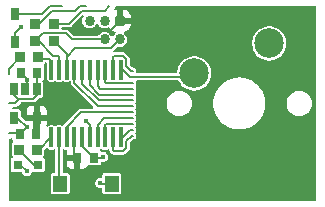
<source format=gtl>
%TF.GenerationSoftware,KiCad,Pcbnew,9.0.0*%
%TF.CreationDate,2025-03-31T12:07:15+01:00*%
%TF.ProjectId,vm_keycap_button_0.2,766d5f6b-6579-4636-9170-5f627574746f,v0.2*%
%TF.SameCoordinates,PX5742de0PY47868c0*%
%TF.FileFunction,Copper,L1,Top*%
%TF.FilePolarity,Positive*%
%FSLAX45Y45*%
G04 Gerber Fmt 4.5, Leading zero omitted, Abs format (unit mm)*
G04 Created by KiCad (PCBNEW 9.0.0) date 2025-03-31 12:07:15*
%MOMM*%
%LPD*%
G01*
G04 APERTURE LIST*
G04 Aperture macros list*
%AMRoundRect*
0 Rectangle with rounded corners*
0 $1 Rounding radius*
0 $2 $3 $4 $5 $6 $7 $8 $9 X,Y pos of 4 corners*
0 Add a 4 corners polygon primitive as box body*
4,1,4,$2,$3,$4,$5,$6,$7,$8,$9,$2,$3,0*
0 Add four circle primitives for the rounded corners*
1,1,$1+$1,$2,$3*
1,1,$1+$1,$4,$5*
1,1,$1+$1,$6,$7*
1,1,$1+$1,$8,$9*
0 Add four rect primitives between the rounded corners*
20,1,$1+$1,$2,$3,$4,$5,0*
20,1,$1+$1,$4,$5,$6,$7,0*
20,1,$1+$1,$6,$7,$8,$9,0*
20,1,$1+$1,$8,$9,$2,$3,0*%
G04 Aperture macros list end*
%TA.AperFunction,SMDPad,CuDef*%
%ADD10C,0.125000*%
%TD*%
%TA.AperFunction,ComponentPad*%
%ADD11RoundRect,0.172720X-0.259080X-0.259080X0.259080X-0.259080X0.259080X0.259080X-0.259080X0.259080X0*%
%TD*%
%TA.AperFunction,ComponentPad*%
%ADD12C,0.863600*%
%TD*%
%TA.AperFunction,SMDPad,CuDef*%
%ADD13R,0.860000X0.810000*%
%TD*%
%TA.AperFunction,ComponentPad*%
%ADD14C,2.500000*%
%TD*%
%TA.AperFunction,SMDPad,CuDef*%
%ADD15R,0.700000X1.000000*%
%TD*%
%TA.AperFunction,SMDPad,CuDef*%
%ADD16R,0.800000X0.800000*%
%TD*%
%TA.AperFunction,SMDPad,CuDef*%
%ADD17R,0.800000X0.900000*%
%TD*%
%TA.AperFunction,SMDPad,CuDef*%
%ADD18O,0.360000X1.740000*%
%TD*%
%TA.AperFunction,SMDPad,CuDef*%
%ADD19R,1.230000X1.360000*%
%TD*%
%TA.AperFunction,SMDPad,CuDef*%
%ADD20R,0.810000X0.860000*%
%TD*%
%TA.AperFunction,SMDPad,CuDef*%
%ADD21R,0.750000X1.000000*%
%TD*%
%TA.AperFunction,ViaPad*%
%ADD22C,0.450000*%
%TD*%
%TA.AperFunction,Conductor*%
%ADD23C,0.200000*%
%TD*%
G04 APERTURE END LIST*
D10*
%TO.P,GS5,1,SWDIO~^*%
%TO.N,Net-(GS5-SWDIO~^)*%
X-450000Y825000D03*
%TD*%
%TO.P,GS3,1,JD_DATA*%
%TO.N,Net-(GS3-JD_DATA)*%
X-1300000Y250000D03*
%TD*%
D11*
%TO.P,J1,1,Vcc*%
%TO.N,+3V3*%
X-362500Y700000D03*
D12*
%TO.P,J1,2,SWDIO*%
%TO.N,/SWDIO*%
X-362500Y542520D03*
%TO.P,J1,3,GND*%
%TO.N,GND*%
X-489500Y700000D03*
%TO.P,J1,4,SWDCLK*%
%TO.N,/SWCLK*%
X-489500Y542520D03*
%TO.P,J1,5,~{RESET}*%
%TO.N,/nRESET*%
X-616500Y700000D03*
%TD*%
D13*
%TO.P,R7,1*%
%TO.N,/SWDIO*%
X-920000Y525000D03*
%TO.P,R7,2*%
%TO.N,Net-(GS5-SWDIO~^)*%
X-920000Y675000D03*
%TD*%
D14*
%TO.P,SW2,1,1*%
%TO.N,/BUTTON_1*%
X269000Y254000D03*
%TO.P,SW2,2,2*%
%TO.N,GND*%
X904000Y508000D03*
%TD*%
D10*
%TO.P,GS4,1,SWCLK*%
%TO.N,Net-(GS4-SWCLK)*%
X-650000Y825000D03*
%TD*%
D15*
%TO.P,U2,1,IN*%
%TO.N,JD_PWR*%
X-1065000Y120000D03*
%TO.P,U2,2,GND*%
%TO.N,GND*%
X-1160000Y120000D03*
%TO.P,U2,3,EN*%
%TO.N,JD_PWR*%
X-1255000Y120000D03*
%TO.P,U2,4,N/C*%
%TO.N,GND*%
X-1255000Y-120000D03*
%TO.P,U2,5,OUT*%
%TO.N,+3V3*%
X-1065000Y-120000D03*
%TD*%
D10*
%TO.P,GS6,1,RESET*%
%TO.N,Net-(D2-K)*%
X-850000Y825000D03*
%TD*%
D16*
%TO.P,D1,1*%
%TO.N,Net-(D1-Pad1)*%
X-1055000Y-520000D03*
%TO.P,D1,2*%
%TO.N,GND*%
X-1225000Y-520000D03*
%TD*%
D13*
%TO.P,R6,1*%
%TO.N,/SWCLK*%
X-1080000Y525000D03*
%TO.P,R6,2*%
%TO.N,Net-(GS4-SWCLK)*%
X-1080000Y675000D03*
%TD*%
D17*
%TO.P,C3,1*%
%TO.N,+3V3*%
X-1070000Y-260000D03*
%TO.P,C3,2*%
%TO.N,GND*%
X-1210000Y-260000D03*
%TD*%
D18*
%TO.P,U1,1,PB7/PB8*%
%TO.N,/JD_STATUS*%
X-941000Y-287000D03*
%TO.P,U1,2,PB9/PC14-OSC32_IN*%
%TO.N,/nFLASH*%
X-876000Y-287000D03*
%TO.P,U1,3,PC15-OSC32_OUT*%
%TO.N,unconnected-(U1-PC15-OSC32_OUT-Pad3)*%
X-811000Y-287000D03*
%TO.P,U1,4,VDD/VDDA*%
%TO.N,+3V3*%
X-746000Y-287000D03*
%TO.P,U1,5,VSS/VSSA*%
%TO.N,GND*%
X-680000Y-287000D03*
%TO.P,U1,6,NRST*%
%TO.N,/nRESET*%
X-615000Y-287000D03*
%TO.P,U1,7,PA0*%
%TO.N,unconnected-(U1-PA0-Pad7)*%
X-550000Y-287000D03*
%TO.P,U1,8,PA1*%
%TO.N,unconnected-(U1-PA1-Pad8)*%
X-485000Y-287000D03*
%TO.P,U1,9,PA2*%
%TO.N,unconnected-(U1-PA2-Pad9)*%
X-420000Y-287000D03*
%TO.P,U1,10,PA3*%
%TO.N,unconnected-(U1-PA3-Pad10)*%
X-355000Y-287000D03*
%TO.P,U1,11,PA4*%
%TO.N,/BUTTON_1*%
X-355000Y287000D03*
%TO.P,U1,12,PA5*%
%TO.N,unconnected-(U1-PA5-Pad12)*%
X-420000Y287000D03*
%TO.P,U1,13,PA6*%
%TO.N,unconnected-(U1-PA6-Pad13)*%
X-485000Y287000D03*
%TO.P,U1,14,PA7*%
%TO.N,unconnected-(U1-PA7-Pad14)*%
X-550000Y287000D03*
%TO.P,U1,15,PB0/PB1/PB2/PA8*%
%TO.N,unconnected-(U1-PB0{slash}PB1{slash}PB2{slash}PA8-Pad15)*%
X-615000Y287000D03*
%TO.P,U1,16,PA11[PA9]*%
%TO.N,unconnected-(U1-PA11[PA9]-Pad16)*%
X-680000Y287000D03*
%TO.P,U1,17,PA12[PA10]*%
%TO.N,unconnected-(U1-PA12[PA10]-Pad17)*%
X-746000Y287000D03*
%TO.P,U1,18,PA13*%
%TO.N,/SWDIO*%
X-811000Y287000D03*
%TO.P,U1,19,PA15/PA14-BOOT0*%
%TO.N,/SWCLK*%
X-876000Y287000D03*
%TO.P,U1,20,PB3/PB4/PB5/PB6*%
%TO.N,/JD_DATA_MCU*%
X-941000Y287000D03*
%TD*%
D19*
%TO.P,SW1,1,1*%
%TO.N,GND*%
X-430000Y-680000D03*
%TO.P,SW1,2,2*%
%TO.N,/nFLASH*%
X-866000Y-680000D03*
%TD*%
D10*
%TO.P,GS2,1,GND*%
%TO.N,GND*%
X-1300000Y-250000D03*
%TD*%
D20*
%TO.P,R5,1*%
%TO.N,/JD_DATA_MCU*%
X-1055000Y390000D03*
%TO.P,R5,2*%
%TO.N,Net-(GS3-JD_DATA)*%
X-1205000Y390000D03*
%TD*%
D17*
%TO.P,C1,1*%
%TO.N,+3V3*%
X-720000Y-460000D03*
%TO.P,C1,2*%
%TO.N,GND*%
X-580000Y-460000D03*
%TD*%
D10*
%TO.P,GS1,1,JD_PWR*%
%TO.N,JD_PWR*%
X-1300000Y0D03*
%TD*%
D17*
%TO.P,C2,1*%
%TO.N,JD_PWR*%
X-1060000Y260000D03*
%TO.P,C2,2*%
%TO.N,GND*%
X-1200000Y260000D03*
%TD*%
D20*
%TO.P,R1,1*%
%TO.N,/JD_STATUS*%
X-1065000Y-390000D03*
%TO.P,R1,2*%
%TO.N,Net-(D1-Pad1)*%
X-1215000Y-390000D03*
%TD*%
D21*
%TO.P,D2,1,K*%
%TO.N,Net-(D2-K)*%
X-1250000Y757000D03*
%TO.P,D2,2,A*%
%TO.N,/nRESET*%
X-1250000Y523000D03*
%TD*%
D22*
%TO.N,GND*%
X-1150000Y200000D03*
X-500000Y-450000D03*
X-1150000Y-575000D03*
X-525000Y-675000D03*
X-1150000Y-200000D03*
%TO.N,+3V3*%
X-810000Y30000D03*
X-737500Y615800D03*
X-720000Y-600000D03*
%TO.N,/nRESET*%
X-650000Y-150000D03*
X-1200000Y650000D03*
%TD*%
D23*
%TO.N,GND*%
X-1150000Y200000D02*
X-1150000Y210000D01*
X-520000Y-680000D02*
X-525000Y-675000D01*
X-1255000Y-120000D02*
X-1230000Y-120000D01*
X-1150000Y-200000D02*
X-1210000Y-260000D01*
X-1230000Y-120000D02*
X-1150000Y-200000D01*
X-1150000Y130000D02*
X-1160000Y120000D01*
X-1205000Y-520000D02*
X-1150000Y-575000D01*
X-580000Y-460000D02*
X-510000Y-460000D01*
X-680000Y-360000D02*
X-580000Y-460000D01*
X-1300000Y-250000D02*
X-1220000Y-250000D01*
X-1150000Y210000D02*
X-1200000Y260000D01*
X-680000Y-287000D02*
X-680000Y-360000D01*
X-1150000Y200000D02*
X-1150000Y130000D01*
X-1225000Y-520000D02*
X-1205000Y-520000D01*
X-1220000Y-250000D02*
X-1210000Y-260000D01*
X-430000Y-680000D02*
X-520000Y-680000D01*
X-510000Y-460000D02*
X-500000Y-450000D01*
%TO.N,+3V3*%
X-1065000Y-120000D02*
X-1065000Y-255000D01*
X-446700Y615800D02*
X-737500Y615800D01*
X-362500Y700000D02*
X-446700Y615800D01*
X-746000Y-434000D02*
X-720000Y-460000D01*
X-746000Y-287000D02*
X-746000Y-434000D01*
X-1065000Y-255000D02*
X-1070000Y-260000D01*
X-1045000Y-115000D02*
X-1045000Y-120000D01*
%TO.N,Net-(D1-Pad1)*%
X-1085000Y-520000D02*
X-1055000Y-520000D01*
X-1215000Y-390000D02*
X-1085000Y-520000D01*
%TO.N,/SWDIO*%
X-438390Y466630D02*
X-738370Y466630D01*
X-362500Y542520D02*
X-438390Y466630D01*
X-920000Y525000D02*
X-811000Y416000D01*
X-738370Y466630D02*
X-811000Y394000D01*
X-811000Y394000D02*
X-811000Y287000D01*
X-811000Y416000D02*
X-811000Y287000D01*
%TO.N,/SWCLK*%
X-1009400Y595600D02*
X-1080000Y525000D01*
X-766766Y542520D02*
X-489500Y542520D01*
X-876000Y394000D02*
X-876000Y287000D01*
X-925400Y404100D02*
X-886100Y404100D01*
X-1046300Y525000D02*
X-925400Y404100D01*
X-1060000Y525000D02*
X-1046300Y525000D01*
X-886100Y404100D02*
X-876000Y394000D01*
X-819846Y595600D02*
X-1009400Y595600D01*
X-819846Y595600D02*
X-766766Y542520D01*
%TO.N,/nRESET*%
X-615000Y-287000D02*
X-615000Y-185000D01*
X-615000Y-185000D02*
X-650000Y-150000D01*
X-1250000Y600000D02*
X-1200000Y650000D01*
X-1250000Y523000D02*
X-1250000Y600000D01*
%TO.N,/JD_STATUS*%
X-1065000Y-390000D02*
X-1044000Y-390000D01*
X-1044000Y-390000D02*
X-941000Y-287000D01*
%TO.N,/nFLASH*%
X-876000Y-287000D02*
X-876000Y-670000D01*
X-876000Y-670000D02*
X-866000Y-680000D01*
%TO.N,unconnected-(U1-PC15-OSC32_OUT-Pad3)*%
X-690500Y-75000D02*
X-250000Y-75000D01*
X-811000Y-287000D02*
X-811000Y-195500D01*
X-811000Y-195500D02*
X-690500Y-75000D01*
%TO.N,unconnected-(U1-PA2-Pad9)*%
X-335076Y-404100D02*
X-306900Y-375924D01*
X-306900Y-375924D02*
X-306900Y-319973D01*
X-261927Y-275000D02*
X-250000Y-275000D01*
X-420000Y-287000D02*
X-420000Y-394000D01*
X-420000Y-394000D02*
X-409900Y-404100D01*
X-409900Y-404100D02*
X-335076Y-404100D01*
X-306900Y-319973D02*
X-261927Y-275000D01*
%TO.N,unconnected-(U1-PA1-Pad8)*%
X-330100Y-169900D02*
X-325000Y-175000D01*
X-485000Y-180000D02*
X-474900Y-169900D01*
X-474900Y-169900D02*
X-330100Y-169900D01*
X-325000Y-175000D02*
X-250000Y-175000D01*
X-485000Y-287000D02*
X-485000Y-180000D01*
%TO.N,unconnected-(U1-PA0-Pad7)*%
X-550000Y-180000D02*
X-495000Y-125000D01*
X-550000Y-287000D02*
X-550000Y-180000D01*
X-495000Y-125000D02*
X-250000Y-125000D01*
%TO.N,unconnected-(U1-PA3-Pad10)*%
X-355000Y-287000D02*
X-337000Y-287000D01*
X-275000Y-225000D02*
X-250000Y-225000D01*
X-337000Y-287000D02*
X-275000Y-225000D01*
%TO.N,unconnected-(U1-PA12[PA10]-Pad17)*%
X-746000Y171000D02*
X-550000Y-25000D01*
X-550000Y-25000D02*
X-250000Y-25000D01*
X-746000Y287000D02*
X-746000Y171000D01*
%TO.N,JD_PWR*%
X-1225100Y39900D02*
X-1200000Y39900D01*
X-1065000Y69800D02*
X-1065000Y120000D01*
X-1225100Y24900D02*
X-1250000Y0D01*
X-1094900Y39900D02*
X-1065000Y69800D01*
X-1065000Y120000D02*
X-1065000Y255000D01*
X-1225100Y39900D02*
X-1225100Y24900D01*
X-1255000Y120000D02*
X-1255000Y69800D01*
X-1255000Y69800D02*
X-1225100Y39900D01*
X-1200000Y39900D02*
X-1094900Y39900D01*
X-1065000Y255000D02*
X-1060000Y260000D01*
X-1300000Y0D02*
X-1250000Y0D01*
%TO.N,Net-(GS3-JD_DATA)*%
X-1300000Y295000D02*
X-1300000Y250000D01*
X-1205000Y390000D02*
X-1300000Y295000D01*
%TO.N,/JD_DATA_MCU*%
X-950000Y370000D02*
X-950000Y296000D01*
X-959800Y379800D02*
X-950000Y370000D01*
X-1044800Y379800D02*
X-959800Y379800D01*
X-950000Y296000D02*
X-941000Y287000D01*
X-1055000Y390000D02*
X-1044800Y379800D01*
%TO.N,Net-(D2-K)*%
X-954527Y825000D02*
X-850000Y825000D01*
X-1022527Y757000D02*
X-954527Y825000D01*
X-1250000Y757000D02*
X-1022527Y757000D01*
%TO.N,Net-(GS4-SWCLK)*%
X-1080000Y675000D02*
X-1047959Y675000D01*
X-1047959Y675000D02*
X-938059Y784900D01*
X-699451Y825000D02*
X-650000Y825000D01*
X-739551Y784900D02*
X-699451Y825000D01*
X-938059Y784900D02*
X-739551Y784900D01*
%TO.N,Net-(GS5-SWDIO~^)*%
X-920000Y675000D02*
X-792882Y675000D01*
X-792882Y675000D02*
X-682982Y784900D01*
X-490100Y784900D02*
X-450000Y825000D01*
X-682982Y784900D02*
X-490100Y784900D01*
%TO.N,/BUTTON_1*%
X-355000Y287000D02*
X-337000Y287000D01*
X240000Y225000D02*
X269000Y254000D01*
X-337000Y287000D02*
X-275000Y225000D01*
X-275000Y225000D02*
X240000Y225000D01*
X269000Y254000D02*
X236000Y287000D01*
%TO.N,unconnected-(U1-PB0{slash}PB1{slash}PB2{slash}PA8-Pad15)*%
X-533290Y75000D02*
X-250000Y75000D01*
X-615000Y156710D02*
X-533290Y75000D01*
X-615000Y287000D02*
X-615000Y156710D01*
%TO.N,unconnected-(U1-PA5-Pad12)*%
X-268431Y275000D02*
X-250000Y275000D01*
X-420000Y394000D02*
X-409900Y404100D01*
X-409900Y404100D02*
X-335076Y404100D01*
X-306900Y375924D02*
X-306900Y313469D01*
X-420000Y287000D02*
X-420000Y394000D01*
X-306900Y313469D02*
X-268431Y275000D01*
X-335076Y404100D02*
X-306900Y375924D01*
%TO.N,unconnected-(U1-PA7-Pad14)*%
X-550000Y287000D02*
X-550000Y148420D01*
X-526580Y125000D02*
X-250000Y125000D01*
X-550000Y148420D02*
X-526580Y125000D01*
%TO.N,unconnected-(U1-PA11[PA9]-Pad16)*%
X-680000Y165000D02*
X-540000Y25000D01*
X-540000Y25000D02*
X-250000Y25000D01*
X-680000Y287000D02*
X-680000Y165000D01*
%TO.N,unconnected-(U1-PA6-Pad13)*%
X-330100Y169900D02*
X-325000Y175000D01*
X-485000Y287000D02*
X-485000Y180000D01*
X-485000Y180000D02*
X-474900Y169900D01*
X-325000Y175000D02*
X-250000Y175000D01*
X-474900Y169900D02*
X-330100Y169900D01*
%TD*%
%TA.AperFunction,Conductor*%
%TO.N,+3V3*%
G36*
X1297833Y822833D02*
G01*
X1300000Y817600D01*
X1300000Y-817600D01*
X1297833Y-822833D01*
X1292600Y-825000D01*
X-1292550Y-825000D01*
X-1297783Y-822833D01*
X-1299950Y-817600D01*
X-1299950Y-306914D01*
X-1297783Y-301682D01*
X-1293921Y-299778D01*
X-1293942Y-299698D01*
X-1293540Y-299590D01*
X-1293515Y-299578D01*
X-1293475Y-299572D01*
X-1293474Y-299572D01*
X-1280866Y-296194D01*
X-1280865Y-296194D01*
X-1280418Y-296008D01*
X-1280318Y-296249D01*
X-1275536Y-295618D01*
X-1271042Y-299065D01*
X-1270050Y-302767D01*
X-1270050Y-306975D01*
X-1268887Y-312823D01*
X-1264218Y-319811D01*
X-1263113Y-325366D01*
X-1266259Y-330075D01*
X-1269955Y-332545D01*
X-1269955Y-332545D01*
X-1274387Y-339177D01*
X-1274387Y-339177D01*
X-1275550Y-345025D01*
X-1275550Y-434975D01*
X-1275059Y-437444D01*
X-1274387Y-440823D01*
X-1273302Y-442447D01*
X-1269955Y-447455D01*
X-1269716Y-447615D01*
X-1269556Y-447854D01*
X-1269440Y-447970D01*
X-1269463Y-447993D01*
X-1266569Y-452324D01*
X-1267674Y-457879D01*
X-1272383Y-461026D01*
X-1272500Y-461049D01*
X-1272823Y-461113D01*
X-1279455Y-465545D01*
X-1279455Y-465545D01*
X-1283887Y-472177D01*
X-1285050Y-478025D01*
X-1285050Y-561975D01*
X-1283887Y-567823D01*
X-1280939Y-572234D01*
X-1279455Y-574455D01*
X-1275044Y-577403D01*
X-1272823Y-578887D01*
X-1272823Y-578887D01*
X-1272823Y-578887D01*
X-1266975Y-580050D01*
X-1198376Y-580050D01*
X-1193144Y-582217D01*
X-1191228Y-585535D01*
X-1189651Y-591423D01*
X-1189650Y-591424D01*
X-1188675Y-593113D01*
X-1184049Y-601126D01*
X-1176126Y-609049D01*
X-1166424Y-614650D01*
X-1155602Y-617550D01*
X-1155602Y-617550D01*
X-1155602Y-617550D01*
X-1144398Y-617550D01*
X-1144398Y-617550D01*
X-1133576Y-614650D01*
X-1123874Y-609049D01*
X-1115952Y-601126D01*
X-1110350Y-591424D01*
X-1108573Y-584794D01*
X-1105126Y-580301D01*
X-1099982Y-579452D01*
X-1096975Y-580050D01*
X-1096975Y-580050D01*
X-1013025Y-580050D01*
X-1013025Y-580050D01*
X-1007177Y-578887D01*
X-1000545Y-574455D01*
X-996113Y-567823D01*
X-994950Y-561975D01*
X-994950Y-478025D01*
X-996113Y-472177D01*
X-1000545Y-465545D01*
X-1002766Y-464061D01*
X-1007177Y-461113D01*
X-1007177Y-461113D01*
X-1007462Y-461056D01*
X-1007617Y-461026D01*
X-1012326Y-457879D01*
X-1013431Y-452324D01*
X-1010537Y-447993D01*
X-1010560Y-447970D01*
X-1010444Y-447854D01*
X-1010284Y-447615D01*
X-1010045Y-447455D01*
X-1005613Y-440823D01*
X-1004450Y-434975D01*
X-1004450Y-396012D01*
X-1002283Y-390780D01*
X-985374Y-373871D01*
X-980142Y-371704D01*
X-974909Y-373871D01*
X-973733Y-375404D01*
X-971448Y-379363D01*
X-964363Y-386448D01*
X-955687Y-391457D01*
X-946010Y-394050D01*
X-946010Y-394050D01*
X-946009Y-394050D01*
X-935990Y-394050D01*
X-935990Y-394050D01*
X-926313Y-391457D01*
X-919499Y-387522D01*
X-917217Y-386205D01*
X-917072Y-386456D01*
X-912487Y-385225D01*
X-907581Y-388055D01*
X-906050Y-392562D01*
X-906050Y-584550D01*
X-908217Y-589783D01*
X-913450Y-591950D01*
X-929475Y-591950D01*
X-932399Y-592532D01*
X-935323Y-593113D01*
X-941955Y-597545D01*
X-941955Y-597545D01*
X-946387Y-604177D01*
X-947550Y-610025D01*
X-947550Y-749975D01*
X-946387Y-755823D01*
X-943439Y-760234D01*
X-941955Y-762455D01*
X-937544Y-765403D01*
X-935323Y-766887D01*
X-935323Y-766887D01*
X-935323Y-766887D01*
X-929475Y-768050D01*
X-929475Y-768050D01*
X-802525Y-768050D01*
X-802525Y-768050D01*
X-796677Y-766887D01*
X-790045Y-762455D01*
X-785613Y-755823D01*
X-784450Y-749975D01*
X-784450Y-669398D01*
X-567550Y-669398D01*
X-567550Y-680602D01*
X-564651Y-691423D01*
X-564650Y-691424D01*
X-564650Y-691424D01*
X-559049Y-701126D01*
X-551126Y-709048D01*
X-541424Y-714650D01*
X-530602Y-717550D01*
X-530602Y-717550D01*
X-518950Y-717550D01*
X-513717Y-719717D01*
X-511550Y-724950D01*
X-511550Y-749975D01*
X-510387Y-755823D01*
X-507439Y-760234D01*
X-505955Y-762455D01*
X-501544Y-765403D01*
X-499323Y-766887D01*
X-499323Y-766887D01*
X-499323Y-766887D01*
X-493475Y-768050D01*
X-493475Y-768050D01*
X-366525Y-768050D01*
X-366525Y-768050D01*
X-360677Y-766887D01*
X-354045Y-762455D01*
X-349613Y-755823D01*
X-348450Y-749975D01*
X-348450Y-610025D01*
X-349613Y-604177D01*
X-354045Y-597545D01*
X-356266Y-596061D01*
X-360677Y-593113D01*
X-360677Y-593113D01*
X-363601Y-592532D01*
X-366525Y-591950D01*
X-493475Y-591950D01*
X-496399Y-592532D01*
X-499323Y-593113D01*
X-505955Y-597545D01*
X-505955Y-597545D01*
X-510387Y-604177D01*
X-511550Y-610025D01*
X-511550Y-625050D01*
X-513717Y-630283D01*
X-518950Y-632450D01*
X-530602Y-632450D01*
X-541423Y-635350D01*
X-541424Y-635350D01*
X-551126Y-640952D01*
X-559049Y-648874D01*
X-564650Y-658576D01*
X-564651Y-658577D01*
X-567550Y-669398D01*
X-784450Y-669398D01*
X-784450Y-610025D01*
X-785613Y-604177D01*
X-790045Y-597545D01*
X-792266Y-596061D01*
X-796677Y-593113D01*
X-796677Y-593113D01*
X-799601Y-592532D01*
X-802525Y-591950D01*
X-802525Y-591950D01*
X-838550Y-591950D01*
X-843783Y-589783D01*
X-845950Y-584550D01*
X-845950Y-509783D01*
X-810000Y-509783D01*
X-809360Y-515737D01*
X-809360Y-515738D01*
X-804335Y-529209D01*
X-804335Y-529209D01*
X-795719Y-540719D01*
X-784209Y-549335D01*
X-784209Y-549335D01*
X-770738Y-554360D01*
X-770738Y-554360D01*
X-764783Y-555000D01*
X-745000Y-555000D01*
X-745000Y-485000D01*
X-810000Y-485000D01*
X-810000Y-509783D01*
X-845950Y-509783D01*
X-845950Y-392562D01*
X-843783Y-387330D01*
X-838550Y-385162D01*
X-834898Y-386403D01*
X-834783Y-386205D01*
X-832501Y-387522D01*
X-825687Y-391457D01*
X-816009Y-394050D01*
X-816009Y-394050D01*
X-815529Y-394113D01*
X-815556Y-394320D01*
X-810976Y-396217D01*
X-808809Y-401450D01*
X-809275Y-404036D01*
X-809360Y-404262D01*
X-810000Y-410217D01*
X-810000Y-435000D01*
X-727400Y-435000D01*
X-722167Y-437167D01*
X-720000Y-442400D01*
X-720000Y-460000D01*
X-702400Y-460000D01*
X-697167Y-462167D01*
X-695000Y-467400D01*
X-695000Y-555000D01*
X-675217Y-555000D01*
X-669263Y-554360D01*
X-669262Y-554360D01*
X-655791Y-549335D01*
X-655791Y-549335D01*
X-644281Y-540719D01*
X-635665Y-529209D01*
X-635476Y-528703D01*
X-631617Y-524558D01*
X-627099Y-524031D01*
X-621975Y-525050D01*
X-621975Y-525050D01*
X-538025Y-525050D01*
X-538025Y-525050D01*
X-532177Y-523887D01*
X-525545Y-519455D01*
X-521113Y-512823D01*
X-519950Y-506975D01*
X-519950Y-498349D01*
X-517783Y-493117D01*
X-512550Y-490949D01*
X-510635Y-491201D01*
X-507001Y-492175D01*
X-505602Y-492550D01*
X-505602Y-492550D01*
X-505602Y-492550D01*
X-494398Y-492550D01*
X-494398Y-492550D01*
X-483576Y-489650D01*
X-473874Y-484048D01*
X-465951Y-476126D01*
X-460350Y-466424D01*
X-457450Y-455602D01*
X-457450Y-455602D01*
X-457450Y-444398D01*
X-457450Y-444398D01*
X-458408Y-440823D01*
X-460350Y-433576D01*
X-465951Y-423874D01*
X-473874Y-415951D01*
X-479936Y-412451D01*
X-483576Y-410350D01*
X-483577Y-410349D01*
X-489796Y-408683D01*
X-489797Y-408683D01*
X-494398Y-407450D01*
X-505602Y-407450D01*
X-513481Y-409561D01*
X-514752Y-409394D01*
X-515970Y-409791D01*
X-517199Y-409072D01*
X-519096Y-408822D01*
X-521019Y-407224D01*
X-521305Y-406891D01*
X-525545Y-400545D01*
X-528323Y-398688D01*
X-528986Y-397913D01*
X-529572Y-396117D01*
X-530621Y-394546D01*
X-530418Y-393521D01*
X-530741Y-392529D01*
X-529885Y-390844D01*
X-529516Y-388991D01*
X-528422Y-387966D01*
X-528175Y-387480D01*
X-527757Y-387344D01*
X-527063Y-386694D01*
X-526637Y-386448D01*
X-522733Y-382543D01*
X-517500Y-380376D01*
X-512267Y-382543D01*
X-508363Y-386448D01*
X-499687Y-391457D01*
X-495166Y-392668D01*
X-490009Y-394050D01*
X-487557Y-394050D01*
X-479990Y-394050D01*
X-479990Y-394050D01*
X-470313Y-391457D01*
X-463499Y-387522D01*
X-461217Y-386205D01*
X-461072Y-386456D01*
X-456487Y-385225D01*
X-451581Y-388055D01*
X-450050Y-392562D01*
X-450050Y-397956D01*
X-448002Y-405599D01*
X-446355Y-408451D01*
X-446355Y-408451D01*
X-444046Y-412451D01*
X-428351Y-428146D01*
X-421499Y-432102D01*
X-413856Y-434150D01*
X-413856Y-434150D01*
X-331120Y-434150D01*
X-331120Y-434150D01*
X-323477Y-432102D01*
X-316625Y-428146D01*
X-311030Y-422551D01*
X-282854Y-394375D01*
X-280354Y-390044D01*
X-278898Y-387523D01*
X-276850Y-379880D01*
X-276850Y-379880D01*
X-276850Y-335485D01*
X-274683Y-330252D01*
X-251648Y-307217D01*
X-246415Y-305050D01*
X-246044Y-305050D01*
X-246044Y-305050D01*
X-238401Y-303002D01*
X-231549Y-299046D01*
X-225954Y-293451D01*
X-221998Y-286599D01*
X-219950Y-278956D01*
X-219950Y-278956D01*
X-219950Y-271044D01*
X-219950Y-271044D01*
X-221998Y-263401D01*
X-221998Y-263401D01*
X-225954Y-256549D01*
X-227270Y-255233D01*
X-229438Y-250000D01*
X-227270Y-244767D01*
X-225954Y-243451D01*
X-221998Y-236599D01*
X-219950Y-228956D01*
X-219950Y-228956D01*
X-219950Y-221044D01*
X-219950Y-221043D01*
X-221998Y-213401D01*
X-221998Y-213401D01*
X-224643Y-208819D01*
X-225954Y-206549D01*
X-227270Y-205233D01*
X-229438Y-200000D01*
X-227270Y-194767D01*
X-226742Y-194239D01*
X-225954Y-193451D01*
X-221998Y-186599D01*
X-219950Y-178956D01*
X-219950Y-178956D01*
X-219950Y-171044D01*
X-219950Y-171044D01*
X-220052Y-170664D01*
X-220974Y-167222D01*
X-221998Y-163401D01*
X-221998Y-163401D01*
X-225954Y-156549D01*
X-227270Y-155233D01*
X-229438Y-150000D01*
X-227270Y-144767D01*
X-226901Y-144398D01*
X-225954Y-143451D01*
X-221998Y-136599D01*
X-219950Y-128956D01*
X-219950Y-128956D01*
X-219950Y-121044D01*
X-219950Y-121043D01*
X-221998Y-113401D01*
X-221998Y-113401D01*
X-224123Y-109720D01*
X-225954Y-106549D01*
X-227270Y-105233D01*
X-229438Y-100000D01*
X-227270Y-94767D01*
X-225954Y-93451D01*
X-221998Y-86599D01*
X-219950Y-78956D01*
X-219950Y-78956D01*
X-219950Y-71044D01*
X-219950Y-71044D01*
X-220213Y-70064D01*
X-221998Y-63401D01*
X-225954Y-56549D01*
X-227270Y-55233D01*
X-229438Y-50000D01*
X-227270Y-44767D01*
X-225954Y-43451D01*
X-221998Y-36599D01*
X-219950Y-28956D01*
X-219950Y-28956D01*
X-219950Y-21044D01*
X-219950Y-21044D01*
X-220058Y-20640D01*
X-221998Y-13401D01*
X-225954Y-6549D01*
X-227270Y-5233D01*
X-229438Y0D01*
X-228174Y4137D01*
X-227775Y4728D01*
X-225954Y6549D01*
X-224848Y8465D01*
X34450Y8465D01*
X34450Y-8464D01*
X37098Y-25184D01*
X37098Y-25186D01*
X42329Y-41284D01*
X50015Y-56368D01*
X59965Y-70064D01*
X59965Y-70064D01*
X71936Y-82035D01*
X71936Y-82035D01*
X71936Y-82035D01*
X85631Y-91985D01*
X92773Y-95624D01*
X100715Y-99670D01*
X100715Y-99670D01*
X100716Y-99671D01*
X116814Y-104901D01*
X116815Y-104902D01*
X116815Y-104902D01*
X127214Y-106549D01*
X133536Y-107550D01*
X133536Y-107550D01*
X150465Y-107550D01*
X154644Y-106888D01*
X167185Y-104902D01*
X167185Y-104901D01*
X167186Y-104901D01*
X183284Y-99671D01*
X183284Y-99671D01*
X183285Y-99670D01*
X198368Y-91985D01*
X212064Y-82035D01*
X224035Y-70064D01*
X233985Y-56368D01*
X241670Y-41285D01*
X242884Y-37550D01*
X246901Y-25186D01*
X246901Y-25185D01*
X246902Y-25185D01*
X249550Y-8464D01*
X249550Y8464D01*
X249370Y9598D01*
X248751Y13507D01*
X248606Y14423D01*
X429950Y14423D01*
X429950Y-14423D01*
X430822Y-21044D01*
X433715Y-43022D01*
X441181Y-70885D01*
X452219Y-97534D01*
X452219Y-97534D01*
X466642Y-122515D01*
X466643Y-122516D01*
X483433Y-144398D01*
X484203Y-145400D01*
X504600Y-165797D01*
X511436Y-171044D01*
X527484Y-183357D01*
X527485Y-183358D01*
X547563Y-194950D01*
X552466Y-197780D01*
X579116Y-208819D01*
X606978Y-216285D01*
X635577Y-220050D01*
X635577Y-220050D01*
X664423Y-220050D01*
X664423Y-220050D01*
X693022Y-216285D01*
X720884Y-208819D01*
X747534Y-197780D01*
X772516Y-183357D01*
X795400Y-165797D01*
X815797Y-145400D01*
X833357Y-122516D01*
X847780Y-97534D01*
X858819Y-70885D01*
X866285Y-43022D01*
X870050Y-14423D01*
X870050Y8465D01*
X1050450Y8465D01*
X1050450Y-8464D01*
X1053098Y-25184D01*
X1053098Y-25186D01*
X1058329Y-41284D01*
X1066015Y-56368D01*
X1075965Y-70064D01*
X1075965Y-70064D01*
X1087936Y-82035D01*
X1087936Y-82035D01*
X1087936Y-82035D01*
X1101631Y-91985D01*
X1108773Y-95624D01*
X1116715Y-99670D01*
X1116715Y-99670D01*
X1116716Y-99671D01*
X1132814Y-104901D01*
X1132815Y-104902D01*
X1132815Y-104902D01*
X1143214Y-106549D01*
X1149536Y-107550D01*
X1149536Y-107550D01*
X1166465Y-107550D01*
X1170644Y-106888D01*
X1183185Y-104902D01*
X1183185Y-104901D01*
X1183186Y-104901D01*
X1199284Y-99671D01*
X1199284Y-99671D01*
X1199285Y-99670D01*
X1214369Y-91985D01*
X1228064Y-82035D01*
X1240035Y-70064D01*
X1249985Y-56368D01*
X1257671Y-41285D01*
X1258884Y-37550D01*
X1262902Y-25186D01*
X1262902Y-25185D01*
X1262902Y-25185D01*
X1265550Y-8464D01*
X1265550Y8464D01*
X1265331Y9850D01*
X1262902Y25184D01*
X1262902Y25186D01*
X1257671Y41284D01*
X1257671Y41285D01*
X1257671Y41285D01*
X1250405Y55545D01*
X1249985Y56369D01*
X1240035Y70064D01*
X1240035Y70064D01*
X1240035Y70064D01*
X1228064Y82035D01*
X1228064Y82035D01*
X1228064Y82035D01*
X1214369Y91985D01*
X1199284Y99671D01*
X1183186Y104902D01*
X1183184Y104902D01*
X1166465Y107550D01*
X1166464Y107550D01*
X1149536Y107550D01*
X1149536Y107550D01*
X1132816Y104902D01*
X1132814Y104902D01*
X1116716Y99671D01*
X1101631Y91985D01*
X1087936Y82035D01*
X1075965Y70064D01*
X1066015Y56369D01*
X1058329Y41284D01*
X1053098Y25186D01*
X1053098Y25184D01*
X1050450Y8465D01*
X870050Y8465D01*
X870050Y14423D01*
X866285Y43022D01*
X858819Y70885D01*
X847780Y97534D01*
X839127Y112522D01*
X833358Y122515D01*
X833357Y122516D01*
X817361Y143362D01*
X815797Y145400D01*
X795400Y165797D01*
X792007Y168401D01*
X772516Y183357D01*
X772515Y183358D01*
X747534Y197780D01*
X747534Y197781D01*
X720885Y208819D01*
X693022Y216285D01*
X671953Y219059D01*
X664423Y220050D01*
X635577Y220050D01*
X628923Y219174D01*
X606978Y216285D01*
X579115Y208819D01*
X552466Y197781D01*
X552466Y197780D01*
X527485Y183358D01*
X527484Y183357D01*
X504599Y165797D01*
X484203Y145401D01*
X466643Y122516D01*
X466642Y122515D01*
X452219Y97534D01*
X452219Y97534D01*
X441181Y70885D01*
X433715Y43022D01*
X431367Y25185D01*
X429950Y14423D01*
X248606Y14423D01*
X246902Y25184D01*
X246901Y25186D01*
X241671Y41284D01*
X241670Y41285D01*
X241670Y41285D01*
X234405Y55545D01*
X233985Y56369D01*
X224035Y70064D01*
X224035Y70064D01*
X224035Y70064D01*
X212064Y82035D01*
X212064Y82035D01*
X212064Y82035D01*
X198368Y91985D01*
X183284Y99671D01*
X167186Y104902D01*
X167184Y104902D01*
X150465Y107550D01*
X150464Y107550D01*
X133536Y107550D01*
X133536Y107550D01*
X116815Y104902D01*
X116814Y104902D01*
X100716Y99671D01*
X85631Y91985D01*
X71936Y82035D01*
X59965Y70064D01*
X50015Y56369D01*
X42329Y41284D01*
X37098Y25186D01*
X37098Y25184D01*
X34450Y8465D01*
X-224848Y8465D01*
X-221998Y13401D01*
X-219950Y21044D01*
X-219950Y21044D01*
X-219950Y28956D01*
X-219950Y28956D01*
X-221998Y36599D01*
X-221998Y36599D01*
X-224017Y40096D01*
X-225954Y43451D01*
X-227270Y44767D01*
X-229438Y50000D01*
X-227270Y55233D01*
X-226958Y55545D01*
X-225954Y56549D01*
X-221998Y63401D01*
X-219950Y71044D01*
X-219950Y71044D01*
X-219950Y78956D01*
X-219950Y78957D01*
X-221998Y86599D01*
X-221998Y86599D01*
X-225954Y93451D01*
X-227270Y94767D01*
X-229438Y100000D01*
X-227270Y105233D01*
X-225954Y106549D01*
X-221998Y113401D01*
X-219950Y121044D01*
X-219950Y121044D01*
X-219950Y128956D01*
X-219950Y128956D01*
X-221998Y136599D01*
X-221998Y136599D01*
X-223058Y138435D01*
X-225954Y143451D01*
X-227270Y144767D01*
X-229438Y150000D01*
X-227270Y155233D01*
X-225954Y156549D01*
X-221998Y163401D01*
X-219950Y171044D01*
X-219950Y171044D01*
X-219950Y178956D01*
X-219950Y178956D01*
X-221739Y185635D01*
X-221000Y191250D01*
X-216507Y194698D01*
X-214592Y194950D01*
X131759Y194950D01*
X136992Y192783D01*
X138353Y190909D01*
X144942Y177978D01*
X144942Y177977D01*
X157373Y160867D01*
X158362Y159506D01*
X174506Y143362D01*
X192977Y129942D01*
X213320Y119577D01*
X213320Y119577D01*
X213321Y119577D01*
X235033Y112522D01*
X235033Y112522D01*
X235034Y112522D01*
X250067Y110141D01*
X257584Y108950D01*
X257584Y108950D01*
X280416Y108950D01*
X286053Y109843D01*
X302966Y112522D01*
X302967Y112522D01*
X302967Y112522D01*
X324679Y119577D01*
X324679Y119577D01*
X324680Y119577D01*
X345023Y129942D01*
X363494Y143362D01*
X379638Y159506D01*
X393058Y177977D01*
X403423Y198320D01*
X405045Y203313D01*
X410478Y220033D01*
X410478Y220033D01*
X410478Y220034D01*
X414050Y242584D01*
X414050Y265416D01*
X410478Y287966D01*
X410478Y287967D01*
X410478Y287967D01*
X403423Y309679D01*
X403423Y309680D01*
X403423Y309680D01*
X393058Y330023D01*
X379638Y348494D01*
X363494Y364638D01*
X363493Y364638D01*
X363493Y364638D01*
X345023Y378058D01*
X324679Y388423D01*
X302967Y395478D01*
X302966Y395478D01*
X280416Y399050D01*
X280416Y399050D01*
X257584Y399050D01*
X257584Y399050D01*
X235034Y395478D01*
X235033Y395478D01*
X213321Y388423D01*
X192977Y378058D01*
X174507Y364638D01*
X158362Y348493D01*
X144942Y330023D01*
X134577Y309679D01*
X127522Y287967D01*
X127521Y287966D01*
X123950Y265416D01*
X123950Y262450D01*
X121783Y257217D01*
X116550Y255050D01*
X-214592Y255050D01*
X-219824Y257217D01*
X-221992Y262450D01*
X-221739Y264365D01*
X-219950Y271044D01*
X-219950Y271044D01*
X-219950Y278956D01*
X-219950Y278957D01*
X-221998Y286599D01*
X-221998Y286599D01*
X-225954Y293451D01*
X-231549Y299046D01*
X-238401Y303002D01*
X-238401Y303002D01*
X-246044Y305050D01*
X-246044Y305050D01*
X-252919Y305050D01*
X-258152Y307217D01*
X-274683Y323748D01*
X-276850Y328981D01*
X-276850Y379880D01*
X-276850Y379880D01*
X-278898Y387522D01*
X-278898Y387523D01*
X-282854Y394375D01*
X-316625Y428146D01*
X-323477Y432102D01*
X-323478Y432102D01*
X-331120Y434150D01*
X-331120Y434150D01*
X-405944Y434150D01*
X-410508Y434150D01*
X-415740Y436317D01*
X-417908Y441550D01*
X-415740Y446783D01*
X-414344Y448179D01*
X-407305Y455217D01*
X-383623Y478900D01*
X-378391Y481067D01*
X-376948Y480925D01*
X-368728Y479290D01*
X-368727Y479290D01*
X-356272Y479290D01*
X-356272Y479290D01*
X-344057Y481720D01*
X-332549Y486486D01*
X-322193Y493406D01*
X-313386Y502213D01*
X-306466Y512569D01*
X-303630Y519416D01*
X758950Y519416D01*
X758950Y496584D01*
X762521Y474034D01*
X762522Y474033D01*
X769577Y452321D01*
X769577Y452320D01*
X769577Y452320D01*
X770302Y450897D01*
X779942Y431977D01*
X782726Y428146D01*
X793362Y413506D01*
X809506Y397362D01*
X827977Y383942D01*
X848320Y373577D01*
X848320Y373577D01*
X848321Y373577D01*
X870033Y366522D01*
X870033Y366522D01*
X870034Y366522D01*
X885067Y364141D01*
X892584Y362950D01*
X892584Y362950D01*
X915416Y362950D01*
X921053Y363843D01*
X937966Y366522D01*
X937967Y366522D01*
X937967Y366522D01*
X959679Y373577D01*
X959679Y373577D01*
X959680Y373577D01*
X980023Y383942D01*
X998494Y397362D01*
X1014638Y413506D01*
X1028058Y431977D01*
X1038423Y452320D01*
X1038779Y453417D01*
X1045478Y474033D01*
X1045478Y474033D01*
X1045478Y474034D01*
X1049050Y496584D01*
X1049050Y519416D01*
X1048555Y522538D01*
X1046377Y536293D01*
X1045478Y541966D01*
X1045478Y541967D01*
X1045478Y541967D01*
X1038423Y563679D01*
X1038423Y563680D01*
X1038423Y563680D01*
X1028058Y584023D01*
X1016462Y599983D01*
X1014638Y602493D01*
X1014638Y602493D01*
X1014638Y602494D01*
X998494Y618638D01*
X998493Y618638D01*
X998493Y618638D01*
X980023Y632058D01*
X959679Y642423D01*
X937967Y649478D01*
X937966Y649479D01*
X915416Y653050D01*
X915416Y653050D01*
X892584Y653050D01*
X892584Y653050D01*
X870034Y649479D01*
X870033Y649478D01*
X848321Y642423D01*
X827977Y632058D01*
X809507Y618638D01*
X793362Y602493D01*
X779942Y584023D01*
X769577Y563679D01*
X762522Y541967D01*
X762521Y541966D01*
X758950Y519416D01*
X-303630Y519416D01*
X-301700Y524076D01*
X-299270Y536292D01*
X-299270Y548748D01*
X-301700Y560964D01*
X-303600Y565550D01*
X-306466Y572470D01*
X-306533Y572570D01*
X-313386Y582827D01*
X-322193Y591634D01*
X-322194Y591634D01*
X-322194Y591634D01*
X-326133Y594266D01*
X-329279Y598975D01*
X-328174Y604530D01*
X-324223Y607484D01*
X-308780Y612296D01*
X-294799Y620748D01*
X-283248Y632299D01*
X-274796Y646280D01*
X-269936Y661876D01*
X-269936Y661877D01*
X-269320Y668654D01*
X-269320Y668655D01*
X-269320Y675000D01*
X-349921Y675000D01*
X-345344Y677642D01*
X-340142Y682844D01*
X-336464Y689216D01*
X-334560Y696322D01*
X-334560Y703678D01*
X-336464Y710784D01*
X-340142Y717156D01*
X-345344Y722358D01*
X-349921Y725000D01*
X-337500Y725000D01*
X-269320Y725000D01*
X-269320Y731345D01*
X-269320Y731346D01*
X-269936Y738123D01*
X-269936Y738124D01*
X-274796Y753720D01*
X-283248Y767701D01*
X-294799Y779252D01*
X-308780Y787704D01*
X-324376Y792564D01*
X-324377Y792564D01*
X-331154Y793180D01*
X-337500Y793180D01*
X-337500Y725000D01*
X-349921Y725000D01*
X-351716Y726036D01*
X-358822Y727940D01*
X-366178Y727940D01*
X-373284Y726036D01*
X-379656Y722358D01*
X-384858Y717156D01*
X-387500Y712579D01*
X-387500Y793180D01*
X-393846Y793180D01*
X-398133Y792790D01*
X-403540Y794475D01*
X-406172Y799490D01*
X-405211Y803860D01*
X-403806Y806294D01*
X-400428Y818901D01*
X-400428Y818902D01*
X-400302Y819370D01*
X-400047Y819302D01*
X-397641Y823470D01*
X-393135Y825000D01*
X1292600Y825000D01*
X1297833Y822833D01*
G37*
%TD.AperFunction*%
%TA.AperFunction,Conductor*%
G36*
X-981297Y346397D02*
G01*
X-980050Y342286D01*
X-980050Y292044D01*
X-979302Y289253D01*
X-979050Y287338D01*
X-979050Y212990D01*
X-976457Y203313D01*
X-971483Y194698D01*
X-971448Y194637D01*
X-964363Y187552D01*
X-955687Y182543D01*
X-946010Y179950D01*
X-946010Y179950D01*
X-946009Y179950D01*
X-935990Y179950D01*
X-935990Y179950D01*
X-926313Y182543D01*
X-917637Y187552D01*
X-913733Y191457D01*
X-908500Y193624D01*
X-903267Y191457D01*
X-899363Y187552D01*
X-890687Y182543D01*
X-881010Y179950D01*
X-881010Y179950D01*
X-881009Y179950D01*
X-870990Y179950D01*
X-870990Y179950D01*
X-861313Y182543D01*
X-852637Y187552D01*
X-848733Y191457D01*
X-843500Y193624D01*
X-838267Y191457D01*
X-834363Y187552D01*
X-825687Y182543D01*
X-816010Y179950D01*
X-816010Y179950D01*
X-816009Y179950D01*
X-805990Y179950D01*
X-805990Y179950D01*
X-796313Y182543D01*
X-787787Y187466D01*
X-787217Y187795D01*
X-787072Y187544D01*
X-782487Y188775D01*
X-777581Y185945D01*
X-776050Y181438D01*
X-776050Y167044D01*
X-774002Y159402D01*
X-774002Y159401D01*
X-774002Y159401D01*
X-772876Y157450D01*
X-772875Y157450D01*
X-770046Y152549D01*
X-585180Y-32317D01*
X-583012Y-37550D01*
X-585180Y-42783D01*
X-590412Y-44950D01*
X-694456Y-44950D01*
X-702099Y-46998D01*
X-702099Y-46998D01*
X-707212Y-49950D01*
X-708951Y-50954D01*
X-835046Y-177049D01*
X-839002Y-183901D01*
X-839002Y-183901D01*
X-839338Y-185154D01*
X-842786Y-189647D01*
X-848401Y-190386D01*
X-851718Y-188471D01*
X-852637Y-187552D01*
X-859524Y-183576D01*
X-861313Y-182543D01*
X-861313Y-182543D01*
X-870990Y-179950D01*
X-870991Y-179950D01*
X-881009Y-179950D01*
X-881010Y-179950D01*
X-890687Y-182543D01*
X-899363Y-187552D01*
X-903267Y-191457D01*
X-908500Y-193624D01*
X-913733Y-191457D01*
X-917637Y-187552D01*
X-924524Y-183576D01*
X-926313Y-182543D01*
X-926313Y-182543D01*
X-935990Y-179950D01*
X-935991Y-179950D01*
X-946009Y-179950D01*
X-946010Y-179950D01*
X-955687Y-182543D01*
X-964363Y-187552D01*
X-964364Y-187553D01*
X-970323Y-193512D01*
X-975555Y-195679D01*
X-980788Y-193511D01*
X-982955Y-188279D01*
X-982488Y-185693D01*
X-980640Y-180738D01*
X-980640Y-180737D01*
X-980000Y-174783D01*
X-980000Y-145000D01*
X-1040000Y-145000D01*
X-1040000Y-220600D01*
X-1042167Y-225833D01*
X-1043303Y-226303D01*
X-1045000Y-228000D01*
X-1045000Y-252600D01*
X-1047167Y-257833D01*
X-1052400Y-260000D01*
X-1087600Y-260000D01*
X-1092833Y-257833D01*
X-1095000Y-252600D01*
X-1095000Y-164400D01*
X-1092833Y-159167D01*
X-1091697Y-158697D01*
X-1090000Y-157000D01*
X-1090000Y-145000D01*
X-1150000Y-145000D01*
X-1151019Y-146019D01*
X-1156252Y-148186D01*
X-1161484Y-146019D01*
X-1197783Y-109720D01*
X-1199950Y-104488D01*
X-1199950Y-68025D01*
X-1200261Y-66463D01*
X-1200509Y-65217D01*
X-1150000Y-65217D01*
X-1150000Y-95000D01*
X-1090000Y-95000D01*
X-1040000Y-95000D01*
X-980000Y-95000D01*
X-980000Y-65217D01*
X-980640Y-59262D01*
X-980640Y-59262D01*
X-985665Y-45791D01*
X-985665Y-45791D01*
X-994281Y-34281D01*
X-1005791Y-25665D01*
X-1005791Y-25664D01*
X-1019262Y-20640D01*
X-1019262Y-20640D01*
X-1025217Y-20000D01*
X-1040000Y-20000D01*
X-1040000Y-95000D01*
X-1090000Y-95000D01*
X-1090000Y-20000D01*
X-1104783Y-20000D01*
X-1110738Y-20640D01*
X-1110738Y-20640D01*
X-1124209Y-25664D01*
X-1124209Y-25665D01*
X-1135719Y-34281D01*
X-1144335Y-45791D01*
X-1144336Y-45791D01*
X-1149360Y-59262D01*
X-1149360Y-59262D01*
X-1150000Y-65217D01*
X-1200509Y-65217D01*
X-1200604Y-64737D01*
X-1201113Y-62177D01*
X-1205545Y-55545D01*
X-1210050Y-52534D01*
X-1212177Y-51113D01*
X-1212177Y-51113D01*
X-1215101Y-50532D01*
X-1218025Y-49950D01*
X-1262407Y-49950D01*
X-1267639Y-47783D01*
X-1269807Y-42550D01*
X-1267639Y-37317D01*
X-1262539Y-32217D01*
X-1257307Y-30050D01*
X-1246044Y-30050D01*
X-1246044Y-30050D01*
X-1238401Y-28002D01*
X-1231549Y-24046D01*
X-1225954Y-18451D01*
X-1201054Y6449D01*
X-1201054Y6449D01*
X-1200759Y6834D01*
X-1200547Y6671D01*
X-1196734Y9598D01*
X-1194818Y9850D01*
X-1090944Y9850D01*
X-1090944Y9850D01*
X-1083301Y11898D01*
X-1076449Y15854D01*
X-1070854Y21449D01*
X-1044520Y47783D01*
X-1039288Y49950D01*
X-1028025Y49950D01*
X-1028025Y49950D01*
X-1022177Y51113D01*
X-1015545Y55545D01*
X-1011113Y62177D01*
X-1009950Y68025D01*
X-1009950Y171975D01*
X-1011113Y177823D01*
X-1011216Y177977D01*
X-1015906Y184996D01*
X-1017011Y190551D01*
X-1013865Y195260D01*
X-1012585Y195944D01*
X-1012177Y196113D01*
X-1012177Y196113D01*
X-1005545Y200545D01*
X-1001113Y207177D01*
X-999950Y213025D01*
X-999950Y306975D01*
X-1001113Y312823D01*
X-1005545Y319455D01*
X-1005545Y319455D01*
X-1005783Y319811D01*
X-1006888Y325366D01*
X-1003741Y330075D01*
X-1000045Y332545D01*
X-995613Y339177D01*
X-994708Y343729D01*
X-991561Y348439D01*
X-986006Y349543D01*
X-981297Y346397D01*
G37*
%TD.AperFunction*%
%TA.AperFunction,Conductor*%
G36*
X-669081Y745839D02*
G01*
X-666914Y740606D01*
X-668161Y736495D01*
X-672534Y729950D01*
X-677300Y718444D01*
X-677300Y718443D01*
X-679730Y706228D01*
X-679730Y693773D01*
X-677300Y681557D01*
X-677300Y681556D01*
X-672534Y670050D01*
X-666117Y660446D01*
X-665614Y659693D01*
X-656807Y650886D01*
X-646451Y643966D01*
X-646451Y643966D01*
X-646450Y643966D01*
X-642798Y642454D01*
X-634944Y639200D01*
X-622728Y636770D01*
X-622728Y636770D01*
X-610273Y636770D01*
X-610272Y636770D01*
X-598057Y639200D01*
X-586549Y643966D01*
X-576193Y650886D01*
X-567386Y659693D01*
X-560466Y670049D01*
X-559837Y671570D01*
X-555832Y675574D01*
X-550168Y675574D01*
X-546164Y671570D01*
X-545534Y670050D01*
X-545534Y670049D01*
X-539117Y660446D01*
X-538614Y659693D01*
X-529807Y650886D01*
X-519451Y643966D01*
X-519450Y643966D01*
X-519450Y643966D01*
X-515798Y642454D01*
X-507943Y639200D01*
X-495728Y636770D01*
X-495727Y636770D01*
X-483272Y636770D01*
X-483272Y636770D01*
X-471056Y639200D01*
X-463202Y642454D01*
X-459550Y643966D01*
X-459550Y643966D01*
X-459549Y643966D01*
X-458335Y644778D01*
X-452780Y645883D01*
X-448071Y642737D01*
X-447891Y642454D01*
X-441752Y632299D01*
X-430201Y620748D01*
X-416220Y612296D01*
X-400777Y607484D01*
X-396426Y603858D01*
X-395914Y598218D01*
X-398867Y594266D01*
X-402806Y591634D01*
X-402806Y591634D01*
X-411614Y582826D01*
X-418534Y572471D01*
X-419163Y570951D01*
X-423168Y566946D01*
X-428832Y566946D01*
X-432837Y570951D01*
X-433466Y572471D01*
X-440386Y582826D01*
X-440386Y582827D01*
X-449193Y591634D01*
X-450660Y592614D01*
X-459550Y598554D01*
X-471056Y603320D01*
X-471057Y603320D01*
X-480260Y605151D01*
X-483272Y605750D01*
X-495728Y605750D01*
X-498077Y605283D01*
X-507943Y603320D01*
X-507944Y603320D01*
X-519450Y598554D01*
X-529806Y591634D01*
X-538614Y582826D01*
X-540533Y579955D01*
X-543270Y575859D01*
X-547979Y572712D01*
X-549423Y572570D01*
X-751254Y572570D01*
X-756487Y574737D01*
X-801395Y619646D01*
X-808247Y623602D01*
X-808248Y623602D01*
X-815890Y625650D01*
X-815890Y625650D01*
X-849550Y625650D01*
X-854783Y627817D01*
X-856950Y633050D01*
X-856950Y637550D01*
X-854783Y642783D01*
X-849550Y644950D01*
X-788926Y644950D01*
X-788926Y644950D01*
X-781283Y646998D01*
X-774431Y650954D01*
X-768836Y656549D01*
X-679546Y745839D01*
X-674314Y748006D01*
X-669081Y745839D01*
G37*
%TD.AperFunction*%
%TD*%
M02*

</source>
